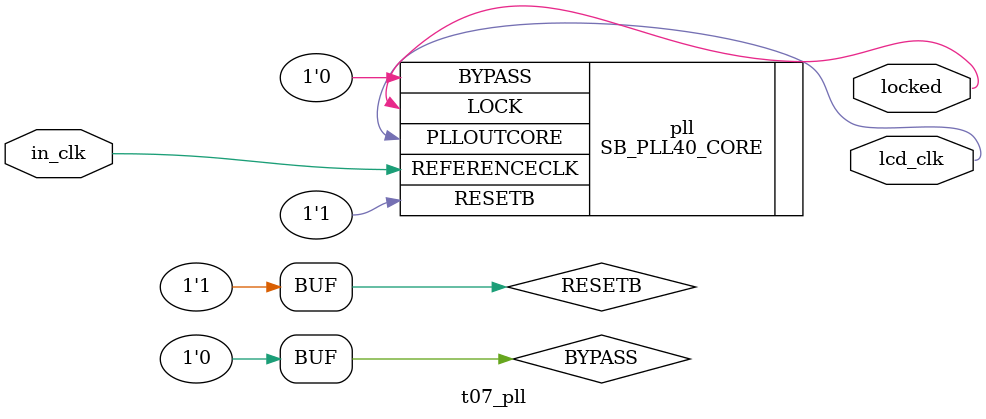
<source format=v>
module t07_pll
(
    input in_clk, // 12 MHz, 0 deg
    output lcd_clk, // 48 MHz, 0 deg
    // output clk_10kHz, // 10 kHz, 0 deg
    output locked
);
    // PLL instance
    wire BYPASS = 0;
    wire RESETB = 1;

    SB_PLL40_CORE #(
        .FEEDBACK_PATH("PHASE_AND_DELAY"),
        .DELAY_ADJUSTMENT_MODE_FEEDBACK("FIXED"),
        .DELAY_ADJUSTMENT_MODE_RELATIVE("FIXED"),
        .PLLOUT_SELECT("SHIFTREG_0deg"),  // 0 degrees
        .SHIFTREG_DIV_MODE(1'b1), // 0 => div-by-4; 1 => div-by-7
        .FDA_FEEDBACK(4'b0000),
        .FDA_RELATIVE(4'b0000),
        .DIVR(4'd5),        // 0
        .DIVF(7'd4),     // 3
        .DIVQ(3'd0),         // 0
        .FILTER_RANGE(3'd1), // 1
    ) pll (
        .REFERENCECLK (in_clk),
        .PLLOUTCORE   (lcd_clk),
        .BYPASS       (BYPASS),
        .RESETB       (RESETB),
        .LOCK (locked)
    );
endmodule
</source>
